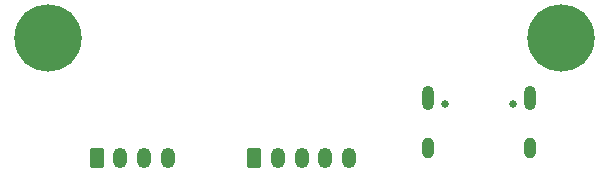
<source format=gbr>
%TF.GenerationSoftware,KiCad,Pcbnew,9.0.6*%
%TF.CreationDate,2025-11-20T15:59:52+01:00*%
%TF.ProjectId,N57__ldruckanzeige,4e35375f-d66c-4647-9275-636b616e7a65,rev?*%
%TF.SameCoordinates,Original*%
%TF.FileFunction,Soldermask,Bot*%
%TF.FilePolarity,Negative*%
%FSLAX46Y46*%
G04 Gerber Fmt 4.6, Leading zero omitted, Abs format (unit mm)*
G04 Created by KiCad (PCBNEW 9.0.6) date 2025-11-20 15:59:52*
%MOMM*%
%LPD*%
G01*
G04 APERTURE LIST*
G04 Aperture macros list*
%AMRoundRect*
0 Rectangle with rounded corners*
0 $1 Rounding radius*
0 $2 $3 $4 $5 $6 $7 $8 $9 X,Y pos of 4 corners*
0 Add a 4 corners polygon primitive as box body*
4,1,4,$2,$3,$4,$5,$6,$7,$8,$9,$2,$3,0*
0 Add four circle primitives for the rounded corners*
1,1,$1+$1,$2,$3*
1,1,$1+$1,$4,$5*
1,1,$1+$1,$6,$7*
1,1,$1+$1,$8,$9*
0 Add four rect primitives between the rounded corners*
20,1,$1+$1,$2,$3,$4,$5,0*
20,1,$1+$1,$4,$5,$6,$7,0*
20,1,$1+$1,$6,$7,$8,$9,0*
20,1,$1+$1,$8,$9,$2,$3,0*%
G04 Aperture macros list end*
%ADD10C,5.700000*%
%ADD11RoundRect,0.250000X-0.350000X-0.625000X0.350000X-0.625000X0.350000X0.625000X-0.350000X0.625000X0*%
%ADD12O,1.200000X1.750000*%
%ADD13C,0.650000*%
%ADD14O,1.000000X2.100000*%
%ADD15O,1.000000X1.800000*%
G04 APERTURE END LIST*
D10*
%TO.C,H1*%
X135580000Y-114300000D03*
%TD*%
D11*
%TO.C,J1*%
X139700000Y-124460000D03*
D12*
X141700000Y-124460000D03*
X143700000Y-124460000D03*
X145700000Y-124460000D03*
%TD*%
D13*
%TO.C,J3*%
X169195000Y-119950000D03*
X174975000Y-119950000D03*
D14*
X167765000Y-119450000D03*
D15*
X167765000Y-123630000D03*
D14*
X176405000Y-119450000D03*
D15*
X176405000Y-123630000D03*
%TD*%
D10*
%TO.C,H2*%
X178980000Y-114300000D03*
%TD*%
D11*
%TO.C,J2*%
X153035000Y-124460000D03*
D12*
X155035000Y-124460000D03*
X157035000Y-124460000D03*
X159035000Y-124460000D03*
X161035000Y-124460000D03*
%TD*%
M02*

</source>
